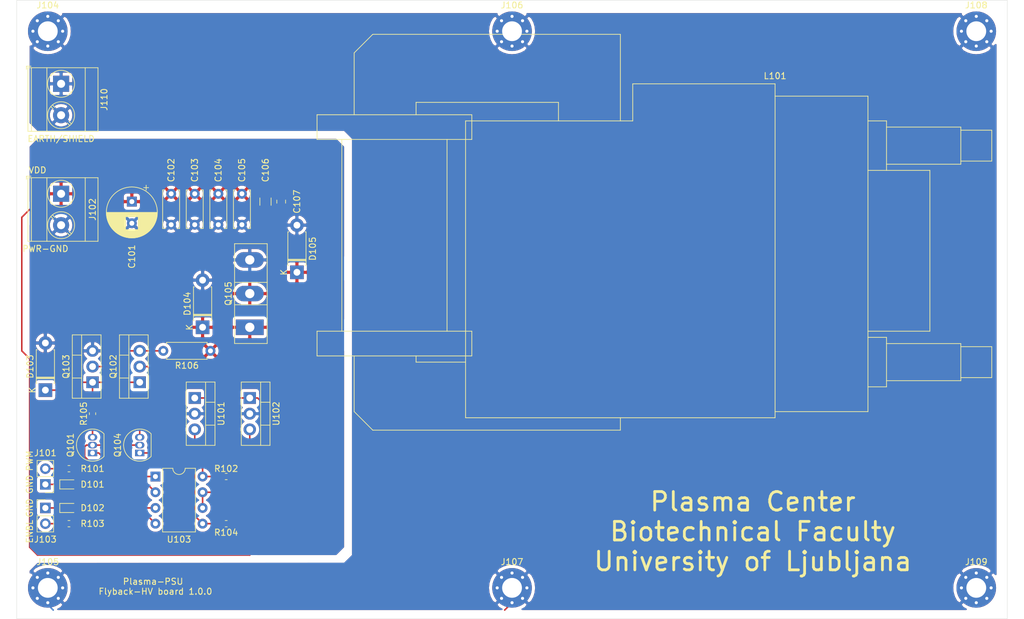
<source format=kicad_pcb>
(kicad_pcb (version 20171130) (host pcbnew "(5.1.2)-1")
  (title_block (title Plasma-PSU_Eurocard_Flyback) (date 2020-03-24) (rev 0.0.1) (company "Plasma Center, University of Ljubljana"))
  (layers (0 F.Cu signal) (31 B.Cu signal) (34 B.Paste user) (35 F.Paste user) (36 B.SilkS user) (37 F.SilkS user) (38 B.Mask user) (39 F.Mask user) (44 Edge.Cuts user))
  (net 0 "")
  (net 1 GND)
  (net 2 +5V)
  (net 3 +12V)
  (net 4 VDD)
  (net 5 "Net-(D101-Pad2)")
  (net 6 "Net-(D101-Pad1)")
  (net 7 "Net-(D102-Pad1)")
  (net 8 "Net-(D102-Pad2)")
  (net 9 "Net-(D103-Pad1)")
  (net 10 "Net-(D104-Pad1)")
  (net 11 "Net-(D105-Pad1)")
  (net 12 "Net-(J101-Pad2)")
  (net 13 "Net-(J103-Pad2)")
  (net 14 PWM)
  (net 15 "Net-(Q101-Pad3)")
  (net 16 ENBL)
  (net 17 "Net-(Q102-Pad2)")
  (net 18 "Net-(Q102-Pad3)")
  (net 19 "Net-(R101-Pad1)")
  (net 20 "Net-(R103-Pad1)")
  (net 21 Earth_Protective)
  (module MountingHole:MountingHole_3.2mm_M3_Pad_Via (layer F.Cu) (at 130 145)
    (fp_text reference J107 (at 0 -4.2) (layer F.SilkS))
    (fp_text value Conn_01x01_Female)
    (pad 1 thru_hole circle (at 1.697056 -1.697056) (size 0.8 0.8) (drill 0.5) (layers *.Cu *.Mask) (net 21 Earth_Protective))
    (pad 1 thru_hole circle (at 0 -2.4) (size 0.8 0.8) (drill 0.5) (layers *.Cu *.Mask) (net 21 Earth_Protective))
    (pad 1 thru_hole circle (at -1.697056 -1.697056) (size 0.8 0.8) (drill 0.5) (layers *.Cu *.Mask) (net 21 Earth_Protective))
    (pad 1 thru_hole circle (at -2.4 0) (size 0.8 0.8) (drill 0.5) (layers *.Cu *.Mask) (net 21 Earth_Protective))
    (pad 1 thru_hole circle (at -1.697056 1.697056) (size 0.8 0.8) (drill 0.5) (layers *.Cu *.Mask) (net 21 Earth_Protective))
    (pad 1 thru_hole circle (at 0 2.4) (size 0.8 0.8) (drill 0.5) (layers *.Cu *.Mask) (net 21 Earth_Protective))
    (pad 1 thru_hole circle (at 1.697056 1.697056) (size 0.8 0.8) (drill 0.5) (layers *.Cu *.Mask) (net 21 Earth_Protective))
    (pad 1 thru_hole circle (at 2.4 0) (size 0.8 0.8) (drill 0.5) (layers *.Cu *.Mask) (net 21 Earth_Protective))
    (pad 1 thru_hole circle (at 0 0) (size 6.4 6.4) (drill 3.2) (layers *.Cu *.Mask) (net 21 Earth_Protective))
  )
  (module Package_TO_SOT_THT:TO-92_Inline (layer F.Cu) (at 69.85 123.19 90)
    (fp_text reference Q104 (at 1.27 -3.56 90) (layer F.SilkS))
    (fp_text value BT169B)
    (pad 2 thru_hole oval (at 1.27 0 90) (size 1.05 1.5) (drill 0.75) (layers *.Cu *.Mask) (net 16 ENBL))
    (pad 3 thru_hole oval (at 2.54 0 90) (size 1.05 1.5) (drill 0.75) (layers *.Cu *.Mask) (net 17 "Net-(Q102-Pad2)"))
    (pad 1 thru_hole rect (at 0 0 90) (size 1.05 1.5) (drill 0.75) (layers *.Cu *.Mask) (net 3 +12V))
  )
  (module Package_TO_SOT_THT:TO-92_Inline (layer F.Cu) (at 62.23 123.19 90)
    (fp_text reference Q101 (at 1.27 -3.56 90) (layer F.SilkS))
    (fp_text value BT169B)
    (pad 1 thru_hole rect (at 0 0 90) (size 1.05 1.5) (drill 0.75) (layers *.Cu *.Mask) (net 14 PWM))
    (pad 3 thru_hole oval (at 2.54 0 90) (size 1.05 1.5) (drill 0.75) (layers *.Cu *.Mask) (net 15 "Net-(Q101-Pad3)"))
    (pad 2 thru_hole oval (at 1.27 0 90) (size 1.05 1.5) (drill 0.75) (layers *.Cu *.Mask) (net 16 ENBL))
  )
  (module Capacitor_THT:CP_Radial_D8.0mm_P3.50mm (layer F.Cu) (at 68.58 82.55 270)
    (fp_text reference C101 (at 8.89 0 90) (layer F.SilkS))
    (fp_text value 220µF)
    (pad 1 thru_hole rect (at 0 0 270) (size 1.6 1.6) (drill 0.8) (layers *.Cu *.Mask) (net 4 VDD))
    (pad 2 thru_hole circle (at 3.5 0 270) (size 1.6 1.6) (drill 0.8) (layers *.Cu *.Mask) (net 1 GND))
  )
  (module Capacitor_THT:C_Disc_D6.0mm_W2.5mm_P5.00mm (layer F.Cu) (at 74.93 81.28 270)
    (fp_text reference C102 (at -3.81 0 90) (layer F.SilkS))
    (fp_text value 6.8µF)
    (pad 2 thru_hole circle (at 5 0 270) (size 1.6 1.6) (drill 0.8) (layers *.Cu *.Mask) (net 1 GND))
    (pad 1 thru_hole circle (at 0 0 270) (size 1.6 1.6) (drill 0.8) (layers *.Cu *.Mask) (net 4 VDD))
  )
  (module Capacitor_THT:C_Disc_D6.0mm_W2.5mm_P5.00mm (layer F.Cu) (at 78.74 81.28 270)
    (fp_text reference C103 (at -3.81 0 90) (layer F.SilkS))
    (fp_text value 6.8µF)
    (pad 1 thru_hole circle (at 0 0 270) (size 1.6 1.6) (drill 0.8) (layers *.Cu *.Mask) (net 4 VDD))
    (pad 2 thru_hole circle (at 5 0 270) (size 1.6 1.6) (drill 0.8) (layers *.Cu *.Mask) (net 1 GND))
  )
  (module Capacitor_THT:C_Disc_D6.0mm_W2.5mm_P5.00mm (layer F.Cu) (at 82.55 81.28 270)
    (fp_text reference C104 (at -3.81 0 90) (layer F.SilkS))
    (fp_text value 6.8µF)
    (pad 2 thru_hole circle (at 5 0 270) (size 1.6 1.6) (drill 0.8) (layers *.Cu *.Mask) (net 1 GND))
    (pad 1 thru_hole circle (at 0 0 270) (size 1.6 1.6) (drill 0.8) (layers *.Cu *.Mask) (net 4 VDD))
  )
  (module Capacitor_THT:C_Disc_D6.0mm_W2.5mm_P5.00mm (layer F.Cu) (at 86.36 81.28 270)
    (fp_text reference C105 (at -3.81 0 90) (layer F.SilkS))
    (fp_text value 6.8µF)
    (pad 1 thru_hole circle (at 0 0 270) (size 1.6 1.6) (drill 0.8) (layers *.Cu *.Mask) (net 4 VDD))
    (pad 2 thru_hole circle (at 5 0 270) (size 1.6 1.6) (drill 0.8) (layers *.Cu *.Mask) (net 1 GND))
  )
  (module Capacitor_SMD:C_1206_3216Metric (layer F.Cu) (at 90.17 82.55 270)
    (fp_text reference C106 (at -5.08 0 90) (layer F.SilkS))
    (fp_text value 100nF)
    (pad 1 smd roundrect (at -1.4 0 270) (size 1.25 1.75) (layers F.Cu F.Paste F.Mask) (roundrect_rratio 0.2) (net 4 VDD))
    (pad 2 smd roundrect (at 1.4 0 270) (size 1.25 1.75) (layers F.Cu F.Paste F.Mask) (roundrect_rratio 0.2) (net 1 GND))
  )
  (module Capacitor_SMD:C_0805_2012Metric (layer F.Cu) (at 92.71 82.55 270)
    (fp_text reference C107 (at 0 -2.54 90) (layer F.SilkS))
    (fp_text value 10nF)
    (pad 1 smd roundrect (at -0.9375 0 270) (size 0.975 1.4) (layers F.Cu F.Paste F.Mask) (net 4 VDD))
    (pad 2 smd roundrect (at 0.9375 0 270) (size 0.975 1.4) (layers F.Cu F.Paste F.Mask) (net 1 GND))
  )
  (module LED_SMD:LED_0603_1608Metric (layer F.Cu) (at 58.42 128.27)
    (fp_text reference D101 (at 3.81 0) (layer F.SilkS))
    (fp_text value PWM_LED)
    (pad 2 smd roundrect (at 0.7875 0) (size 0.875 0.95) (layers F.Cu F.Paste F.Mask) (net 5 "Net-(D101-Pad2)"))
    (pad 1 smd roundrect (at -0.7875 0) (size 0.875 0.95) (layers F.Cu F.Paste F.Mask) (net 6 "Net-(D101-Pad1)"))
  )
  (module LED_SMD:LED_0603_1608Metric (layer F.Cu) (at 58.42 132.08)
    (fp_text reference D102 (at 3.81 0) (layer F.SilkS))
    (fp_text value ENBL_LED)
    (pad 1 smd roundrect (at -0.7875 0) (size 0.875 0.95) (layers F.Cu F.Paste F.Mask) (net 7 "Net-(D102-Pad1)"))
    (pad 2 smd roundrect (at 0.7875 0) (size 0.875 0.95) (layers F.Cu F.Paste F.Mask) (net 8 "Net-(D102-Pad2)"))
  )
  (module Diode_THT:D_DO-41_SOD81_P7.62mm_Horizontal (layer F.Cu) (at 54.61 113.03 90)
    (fp_text reference D103 (at 3.81 -2.47 90) (layer F.SilkS))
    (fp_text value ZD5)
    (fp_text user K (at 0 -2.1 90) (layer F.SilkS))
    (pad 2 thru_hole oval (at 7.62 0 90) (size 2.2 2.2) (drill 1.1) (layers *.Cu *.Mask) (net 1 GND))
    (pad 1 thru_hole rect (at 0 0 90) (size 2.2 2.2) (drill 1.1) (layers *.Cu *.Mask) (net 9 "Net-(D103-Pad1)"))
  )
  (module Diode_THT:D_DO-41_SOD81_P7.62mm_Horizontal (layer F.Cu) (at 80.01 102.87 90)
    (fp_text reference D104 (at 3.81 -2.47 90) (layer F.SilkS))
    (fp_text value ZD20)
    (fp_text user K (at 0 -2.1 90) (layer F.SilkS))
    (pad 1 thru_hole rect (at 0 0 90) (size 2.2 2.2) (drill 1.1) (layers *.Cu *.Mask) (net 10 "Net-(D104-Pad1)"))
    (pad 2 thru_hole oval (at 7.62 0 90) (size 2.2 2.2) (drill 1.1) (layers *.Cu *.Mask) (net 1 GND))
  )
  (module Diode_THT:D_DO-41_SOD81_P7.62mm_Horizontal (layer F.Cu) (at 95.25 93.98 90)
    (fp_text reference D105 (at 3.81 2.54 90) (layer F.SilkS))
    (fp_text value UF4007)
    (fp_text user K (at 0 -2.1 90) (layer F.SilkS))
    (pad 1 thru_hole rect (at 0 0 90) (size 2.2 2.2) (drill 1.1) (layers *.Cu *.Mask) (net 11 "Net-(D105-Pad1)"))
    (pad 2 thru_hole oval (at 7.62 0 90) (size 2.2 2.2) (drill 1.1) (layers *.Cu *.Mask) (net 1 GND))
  )
  (module Connector_PinHeader_2.54mm:PinHeader_1x02_P2.54mm_Vertical (layer F.Cu) (at 54.61 128.27 180)
    (fp_text reference J101 (at 0 5.08) (layer F.SilkS))
    (fp_text value PWM_IN)
    (pad 2 thru_hole oval (at 0 2.54 180) (size 1.7 1.7) (drill 1) (layers *.Cu *.Mask) (net 12 "Net-(J101-Pad2)"))
    (pad 1 thru_hole rect (at 0 0 180) (size 1.7 1.7) (drill 1) (layers *.Cu *.Mask) (net 6 "Net-(D101-Pad1)"))
  )
  (module TerminalBlock_Phoenix:TerminalBlock_Phoenix_MKDS-3-2-5.08_1x02_P5.08mm_Horizontal (layer F.Cu) (at 57.15 81.28 270)
    (fp_text reference J102 (at 2.54 -5.08 90) (layer F.SilkS))
    (fp_text value PWR_IN)
    (pad 1 thru_hole rect (at 0 0 270) (size 2.6 2.6) (drill 1.3) (layers *.Cu *.Mask) (net 4 VDD))
    (pad 2 thru_hole circle (at 5.08 0 270) (size 2.6 2.6) (drill 1.3) (layers *.Cu *.Mask) (net 1 GND))
  )
  (module Connector_PinHeader_2.54mm:PinHeader_1x02_P2.54mm_Vertical (layer F.Cu) (at 54.61 132.08)
    (fp_text reference J103 (at 0 5.08) (layer F.SilkS))
    (fp_text value ENBL_IN)
    (pad 1 thru_hole rect (at 0 0) (size 1.7 1.7) (drill 1) (layers *.Cu *.Mask) (net 7 "Net-(D102-Pad1)"))
    (pad 2 thru_hole oval (at 0 2.54) (size 1.7 1.7) (drill 1) (layers *.Cu *.Mask) (net 13 "Net-(J103-Pad2)"))
  )
  (module Package_TO_SOT_THT:TO-220-3_Vertical (layer F.Cu) (at 69.85 111.76 90)
    (fp_text reference Q102 (at 2.54 -4.27 90) (layer F.SilkS))
    (fp_text value TIP41C)
    (pad 1 thru_hole rect (at 0 0 90) (size 1.905 2) (drill 1.1) (layers *.Cu *.Mask) (net 9 "Net-(D103-Pad1)"))
    (pad 2 thru_hole oval (at 2.54 0 90) (size 1.905 2) (drill 1.1) (layers *.Cu *.Mask) (net 17 "Net-(Q102-Pad2)"))
    (pad 3 thru_hole oval (at 5.08 0 90) (size 1.905 2) (drill 1.1) (layers *.Cu *.Mask) (net 18 "Net-(Q102-Pad3)"))
  )
  (module Package_TO_SOT_THT:TO-220-3_Vertical (layer F.Cu) (at 62.23 111.76 90)
    (fp_text reference Q103 (at 2.54 -4.27 90) (layer F.SilkS))
    (fp_text value TIP42C)
    (pad 3 thru_hole oval (at 5.08 0 90) (size 1.905 2) (drill 1.1) (layers *.Cu *.Mask) (net 1 GND))
    (pad 2 thru_hole oval (at 2.54 0 90) (size 1.905 2) (drill 1.1) (layers *.Cu *.Mask) (net 18 "Net-(Q102-Pad3)"))
    (pad 1 thru_hole rect (at 0 0 90) (size 1.905 2) (drill 1.1) (layers *.Cu *.Mask) (net 9 "Net-(D103-Pad1)"))
  )
  (module Package_TO_SOT_THT:TO-247-3_Vertical (layer F.Cu) (at 87.63 102.87 90)
    (fp_text reference Q105 (at 5.45 -3.45 90) (layer F.SilkS))
    (fp_text value IPW60)
    (pad 1 thru_hole rect (at 0 0 90) (size 2.5 4.5) (drill 1.5) (layers *.Cu *.Mask) (net 10 "Net-(D104-Pad1)"))
    (pad 2 thru_hole oval (at 5.45 0 90) (size 2.5 4.5) (drill 1.5) (layers *.Cu *.Mask) (net 11 "Net-(D105-Pad1)"))
    (pad 3 thru_hole oval (at 10.9 0 90) (size 2.5 4.5) (drill 1.5) (layers *.Cu *.Mask) (net 1 GND))
  )
  (module Resistor_THT:R_Axial_DIN0207_L6.3mm_D2.5mm_P7.62mm_Horizontal (layer F.Cu) (at 81.28 106.68 180)
    (fp_text reference R106 (at 3.81 -2.37) (layer F.SilkS))
    (fp_text value 4R7)
    (pad 2 thru_hole oval (at 7.62 0 180) (size 1.6 1.6) (drill 0.8) (layers *.Cu *.Mask) (net 18 "Net-(Q102-Pad3)"))
    (pad 1 thru_hole circle (at 0 0 180) (size 1.6 1.6) (drill 0.8) (layers *.Cu *.Mask) (net 10 "Net-(D104-Pad1)"))
  )
  (module Package_DIP:DIP-8_W7.62mm (layer F.Cu) (at 72.39 127)
    (fp_text reference U103 (at 3.81 10.16) (layer F.SilkS))
    (fp_text value ILD74)
    (pad 1 thru_hole rect (at 0 0) (size 1.6 1.6) (drill 0.8) (layers *.Cu *.Mask) (net 19 "Net-(R101-Pad1)"))
    (pad 5 thru_hole oval (at 7.62 7.62) (size 1.6 1.6) (drill 0.8) (layers *.Cu *.Mask) (net 16 ENBL))
    (pad 2 thru_hole oval (at 0 2.54) (size 1.6 1.6) (drill 0.8) (layers *.Cu *.Mask) (net 5 "Net-(D101-Pad2)"))
    (pad 6 thru_hole oval (at 7.62 5.08) (size 1.6 1.6) (drill 0.8) (layers *.Cu *.Mask) (net 2 +5V))
    (pad 3 thru_hole oval (at 0 5.08) (size 1.6 1.6) (drill 0.8) (layers *.Cu *.Mask) (net 8 "Net-(D102-Pad2)"))
    (pad 7 thru_hole oval (at 7.62 2.54) (size 1.6 1.6) (drill 0.8) (layers *.Cu *.Mask) (net 2 +5V))
    (pad 4 thru_hole oval (at 0 7.62) (size 1.6 1.6) (drill 0.8) (layers *.Cu *.Mask) (net 20 "Net-(R103-Pad1)"))
    (pad 8 thru_hole oval (at 7.62 0) (size 1.6 1.6) (drill 0.8) (layers *.Cu *.Mask) (net 14 PWM))
  )
  (module Package_TO_SOT_THT:TO-220-3_Vertical (layer F.Cu) (at 78.74 114.3 270)
    (fp_text reference U101 (at 2.54 -4.27 90) (layer F.SilkS))
    (fp_text value L7812)
    (pad 3 thru_hole oval (at 5.08 0 270) (size 1.905 2) (drill 1.1) (layers *.Cu *.Mask) (net 3 +12V))
    (pad 2 thru_hole oval (at 2.54 0 270) (size 1.905 2) (drill 1.1) (layers *.Cu *.Mask) (net 1 GND))
    (pad 1 thru_hole rect (at 0 0 270) (size 1.905 2) (drill 1.1) (layers *.Cu *.Mask) (net 4 VDD))
  )
  (module Package_TO_SOT_THT:TO-220-3_Vertical (layer F.Cu) (at 87.63 114.3 270)
    (fp_text reference U102 (at 2.54 -4.27 90) (layer F.SilkS))
    (fp_text value L7805)
    (pad 1 thru_hole rect (at 0 0 270) (size 1.905 2) (drill 1.1) (layers *.Cu *.Mask) (net 4 VDD))
    (pad 2 thru_hole oval (at 2.54 0 270) (size 1.905 2) (drill 1.1) (layers *.Cu *.Mask) (net 1 GND))
    (pad 3 thru_hole oval (at 5.08 0 270) (size 1.905 2) (drill 1.1) (layers *.Cu *.Mask) (net 2 +5V))
  )
  (module MountingHole:MountingHole_3.2mm_M3_Pad_Via (layer F.Cu) (at 55 55)
    (fp_text reference J104 (at 0 -4.2) (layer F.SilkS))
    (fp_text value Conn_01x01_Female)
    (pad 1 thru_hole circle (at 0 0) (size 6.4 6.4) (drill 3.2) (layers *.Cu *.Mask) (net 21 Earth_Protective))
    (pad 1 thru_hole circle (at 2.4 0) (size 0.8 0.8) (drill 0.5) (layers *.Cu *.Mask) (net 21 Earth_Protective))
    (pad 1 thru_hole circle (at 1.697056 1.697056) (size 0.8 0.8) (drill 0.5) (layers *.Cu *.Mask) (net 21 Earth_Protective))
    (pad 1 thru_hole circle (at 0 2.4) (size 0.8 0.8) (drill 0.5) (layers *.Cu *.Mask) (net 21 Earth_Protective))
    (pad 1 thru_hole circle (at -1.697056 1.697056) (size 0.8 0.8) (drill 0.5) (layers *.Cu *.Mask) (net 21 Earth_Protective))
    (pad 1 thru_hole circle (at -2.4 0) (size 0.8 0.8) (drill 0.5) (layers *.Cu *.Mask) (net 21 Earth_Protective))
    (pad 1 thru_hole circle (at -1.697056 -1.697056) (size 0.8 0.8) (drill 0.5) (layers *.Cu *.Mask) (net 21 Earth_Protective))
    (pad 1 thru_hole circle (at 0 -2.4) (size 0.8 0.8) (drill 0.5) (layers *.Cu *.Mask) (net 21 Earth_Protective))
    (pad 1 thru_hole circle (at 1.697056 -1.697056) (size 0.8 0.8) (drill 0.5) (layers *.Cu *.Mask) (net 21 Earth_Protective))
  )
  (module MountingHole:MountingHole_3.2mm_M3_Pad_Via (layer F.Cu) (at 55 145)
    (fp_text reference J105 (at 0 -4.2) (layer F.SilkS))
    (fp_text value Conn_01x01_Female)
    (pad 1 thru_hole circle (at 1.697056 -1.697056) (size 0.8 0.8) (drill 0.5) (layers *.Cu *.Mask) (net 21 Earth_Protective))
    (pad 1 thru_hole circle (at 0 -2.4) (size 0.8 0.8) (drill 0.5) (layers *.Cu *.Mask) (net 21 Earth_Protective))
    (pad 1 thru_hole circle (at -1.697056 -1.697056) (size 0.8 0.8) (drill 0.5) (layers *.Cu *.Mask) (net 21 Earth_Protective))
    (pad 1 thru_hole circle (at -2.4 0) (size 0.8 0.8) (drill 0.5) (layers *.Cu *.Mask) (net 21 Earth_Protective))
    (pad 1 thru_hole circle (at -1.697056 1.697056) (size 0.8 0.8) (drill 0.5) (layers *.Cu *.Mask) (net 21 Earth_Protective))
    (pad 1 thru_hole circle (at 0 2.4) (size 0.8 0.8) (drill 0.5) (layers *.Cu *.Mask) (net 21 Earth_Protective))
    (pad 1 thru_hole circle (at 1.697056 1.697056) (size 0.8 0.8) (drill 0.5) (layers *.Cu *.Mask) (net 21 Earth_Protective))
    (pad 1 thru_hole circle (at 2.4 0) (size 0.8 0.8) (drill 0.5) (layers *.Cu *.Mask) (net 21 Earth_Protective))
    (pad 1 thru_hole circle (at 0 0) (size 6.4 6.4) (drill 3.2) (layers *.Cu *.Mask) (net 21 Earth_Protective))
  )
  (module MountingHole:MountingHole_3.2mm_M3_Pad_Via (layer F.Cu) (at 130 55)
    (fp_text reference J106 (at 0 -4.2) (layer F.SilkS))
    (fp_text value Conn_01x01_Female)
    (pad 1 thru_hole circle (at 0 0) (size 6.4 6.4) (drill 3.2) (layers *.Cu *.Mask) (net 21 Earth_Protective))
    (pad 1 thru_hole circle (at 2.4 0) (size 0.8 0.8) (drill 0.5) (layers *.Cu *.Mask) (net 21 Earth_Protective))
    (pad 1 thru_hole circle (at 1.697056 1.697056) (size 0.8 0.8) (drill 0.5) (layers *.Cu *.Mask) (net 21 Earth_Protective))
    (pad 1 thru_hole circle (at 0 2.4) (size 0.8 0.8) (drill 0.5) (layers *.Cu *.Mask) (net 21 Earth_Protective))
    (pad 1 thru_hole circle (at -1.697056 1.697056) (size 0.8 0.8) (drill 0.5) (layers *.Cu *.Mask) (net 21 Earth_Protective))
    (pad 1 thru_hole circle (at -2.4 0) (size 0.8 0.8) (drill 0.5) (layers *.Cu *.Mask) (net 21 Earth_Protective))
    (pad 1 thru_hole circle (at -1.697056 -1.697056) (size 0.8 0.8) (drill 0.5) (layers *.Cu *.Mask) (net 21 Earth_Protective))
    (pad 1 thru_hole circle (at 0 -2.4) (size 0.8 0.8) (drill 0.5) (layers *.Cu *.Mask) (net 21 Earth_Protective))
    (pad 1 thru_hole circle (at 1.697056 -1.697056) (size 0.8 0.8) (drill 0.5) (layers *.Cu *.Mask) (net 21 Earth_Protective))
  )
  (module MountingHole:MountingHole_3.2mm_M3_Pad_Via (layer F.Cu) (at 205 55)
    (fp_text reference J108 (at 0 -4.2) (layer F.SilkS))
    (fp_text value Conn_01x01_Female)
    (pad 1 thru_hole circle (at 0 0) (size 6.4 6.4) (drill 3.2) (layers *.Cu *.Mask) (net 21 Earth_Protective))
    (pad 1 thru_hole circle (at 2.4 0) (size 0.8 0.8) (drill 0.5) (layers *.Cu *.Mask) (net 21 Earth_Protective))
    (pad 1 thru_hole circle (at 1.697056 1.697056) (size 0.8 0.8) (drill 0.5) (layers *.Cu *.Mask) (net 21 Earth_Protective))
    (pad 1 thru_hole circle (at 0 2.4) (size 0.8 0.8) (drill 0.5) (layers *.Cu *.Mask) (net 21 Earth_Protective))
    (pad 1 thru_hole circle (at -1.697056 1.697056) (size 0.8 0.8) (drill 0.5) (layers *.Cu *.Mask) (net 21 Earth_Protective))
    (pad 1 thru_hole circle (at -2.4 0) (size 0.8 0.8) (drill 0.5) (layers *.Cu *.Mask) (net 21 Earth_Protective))
    (pad 1 thru_hole circle (at -1.697056 -1.697056) (size 0.8 0.8) (drill 0.5) (layers *.Cu *.Mask) (net 21 Earth_Protective))
    (pad 1 thru_hole circle (at 0 -2.4) (size 0.8 0.8) (drill 0.5) (layers *.Cu *.Mask) (net 21 Earth_Protective))
    (pad 1 thru_hole circle (at 1.697056 -1.697056) (size 0.8 0.8) (drill 0.5) (layers *.Cu *.Mask) (net 21 Earth_Protective))
  )
  (module MountingHole:MountingHole_3.2mm_M3_Pad_Via (layer F.Cu) (at 205 145)
    (fp_text reference J109 (at 0 -4.2) (layer F.SilkS))
    (fp_text value Conn_01x01_Female)
    (pad 1 thru_hole circle (at 1.697056 -1.697056) (size 0.8 0.8) (drill 0.5) (layers *.Cu *.Mask) (net 21 Earth_Protective))
    (pad 1 thru_hole circle (at 0 -2.4) (size 0.8 0.8) (drill 0.5) (layers *.Cu *.Mask) (net 21 Earth_Protective))
    (pad 1 thru_hole circle (at -1.697056 -1.697056) (size 0.8 0.8) (drill 0.5) (layers *.Cu *.Mask) (net 21 Earth_Protective))
    (pad 1 thru_hole circle (at -2.4 0) (size 0.8 0.8) (drill 0.5) (layers *.Cu *.Mask) (net 21 Earth_Protective))
    (pad 1 thru_hole circle (at -1.697056 1.697056) (size 0.8 0.8) (drill 0.5) (layers *.Cu *.Mask) (net 21 Earth_Protective))
    (pad 1 thru_hole circle (at 0 2.4) (size 0.8 0.8) (drill 0.5) (layers *.Cu *.Mask) (net 21 Earth_Protective))
    (pad 1 thru_hole circle (at 1.697056 1.697056) (size 0.8 0.8) (drill 0.5) (layers *.Cu *.Mask) (net 21 Earth_Protective))
    (pad 1 thru_hole circle (at 2.4 0) (size 0.8 0.8) (drill 0.5) (layers *.Cu *.Mask) (net 21 Earth_Protective))
    (pad 1 thru_hole circle (at 0 0) (size 6.4 6.4) (drill 3.2) (layers *.Cu *.Mask) (net 21 Earth_Protective))
  )
  (module TerminalBlock_Phoenix:TerminalBlock_Phoenix_MKDS-3-2-5.08_1x02_P5.08mm_Horizontal (layer F.Cu) (at 57.15 63.5 270)
    (fp_text reference J110 (at 2.54 -6.96 90) (layer F.SilkS))
    (fp_text value GND_SHIELD)
    (pad 1 thru_hole rect (at 0 0 270) (size 2.6 2.6) (drill 1.3) (layers *.Cu *.Mask) (net 21 Earth_Protective))
    (pad 2 thru_hole circle (at 5.08 0 270) (size 2.6 2.6) (drill 1.3) (layers *.Cu *.Mask) (net 21 Earth_Protective))
  )
  (module Plasma-PSU_PCB-B_Flyback-HV:HF-HV_Transformer_15kV_300W (layer F.Cu) (at 172.5 63.5)
    (fp_text reference L101 (at 0 -1.27) (layer F.SilkS))
    (fp_text value HV_Transformer)
    (pad 1 smd oval (at -78 13) (size 3 6) (layers F.Cu F.Paste F.Mask) (net 4 VDD))
    (pad 3 smd oval (at -73 13) (size 3 6) (layers F.Cu F.Paste F.Mask) (net 4 VDD))
    (pad 2 smd oval (at -78 36) (size 3 6) (layers F.Cu F.Paste F.Mask) (net 11 "Net-(D105-Pad1)"))
    (pad 4 smd oval (at -73 36) (size 3 6) (layers F.Cu F.Paste F.Mask) (net 11 "Net-(D105-Pad1)"))
  )
  (module Resistor_SMD:R_0603_1608Metric (layer F.Cu) (at 58.42 125.73 180)
    (fp_text reference R101 (at -3.81 0) (layer F.SilkS))
    (fp_text value 250R)
    (pad 1 smd roundrect (at -0.7875 0 180) (size 0.875 0.95) (layers F.Cu F.Paste F.Mask) (net 19 "Net-(R101-Pad1)"))
    (pad 2 smd roundrect (at 0.7875 0 180) (size 0.875 0.95) (layers F.Cu F.Paste F.Mask) (net 12 "Net-(J101-Pad2)"))
  )
  (module Resistor_SMD:R_0603_1608Metric (layer F.Cu) (at 83.82 127 180)
    (fp_text reference R102 (at 0 1.27) (layer F.SilkS))
    (fp_text value 1k)
    (pad 1 smd roundrect (at -0.7875 0 180) (size 0.875 0.95) (layers F.Cu F.Paste F.Mask) (net 1 GND))
    (pad 2 smd roundrect (at 0.7875 0 180) (size 0.875 0.95) (layers F.Cu F.Paste F.Mask) (net 14 PWM))
  )
  (module Resistor_SMD:R_0603_1608Metric (layer F.Cu) (at 58.42 134.62 180)
    (fp_text reference R103 (at -3.81 0) (layer F.SilkS))
    (fp_text value 250R)
    (pad 2 smd roundrect (at 0.7875 0 180) (size 0.875 0.95) (layers F.Cu F.Paste F.Mask) (net 13 "Net-(J103-Pad2)"))
    (pad 1 smd roundrect (at -0.7875 0 180) (size 0.875 0.95) (layers F.Cu F.Paste F.Mask) (net 20 "Net-(R103-Pad1)"))
  )
  (module Resistor_SMD:R_0603_1608Metric (layer F.Cu) (at 83.82 134.62 180)
    (fp_text reference R104 (at 0 -1.43) (layer F.SilkS))
    (fp_text value 1k)
    (pad 2 smd roundrect (at 0.7875 0 180) (size 0.875 0.95) (layers F.Cu F.Paste F.Mask) (net 16 ENBL))
    (pad 1 smd roundrect (at -0.7875 0 180) (size 0.875 0.95) (layers F.Cu F.Paste F.Mask) (net 1 GND))
  )
  (module Resistor_SMD:R_0603_1608Metric (layer F.Cu) (at 62.23 116.84 90)
    (fp_text reference R105 (at 0 -1.43 90) (layer F.SilkS))
    (fp_text value 300R)
    (pad 1 smd roundrect (at -0.7875 0 90) (size 0.875 0.95) (layers F.Cu F.Paste F.Mask) (net 15 "Net-(Q101-Pad3)"))
    (pad 2 smd roundrect (at 0.7875 0 90) (size 0.875 0.95) (layers F.Cu F.Paste F.Mask) (net 9 "Net-(D103-Pad1)"))
  )
  (gr_text "Plasma-PSU \nFlyback-HV board 1.0.0" (at 72.39 144.78) (layer F.SilkS) (effects (font (size 1 1))))
  (gr_text "Plasma Center\nBiotechnical Faculty\nUniversity of Ljubljana" (at 168.91 135.89) (layer F.SilkS) (effects (font (size 3 3) (thickness 0.45))))
  (gr_text EARTH/SHIELD (at 57.15 72.39) (layer F.SilkS) (effects (font (size 1 1))))
  (gr_text GND (at 52.07 132.08 90) (layer F.SilkS) (effects (font (size 1 1))))
  (gr_text ENBL (at 52.07 135.89 90) (layer F.SilkS) (effects (font (size 1 1))))
  (gr_text GND (at 52.07 128.27 90) (layer F.SilkS) (effects (font (size 1 1))))
  (gr_text PWM (at 52.07 124.46 90) (layer F.SilkS) (effects (font (size 1 1))))
  (gr_text PWR-GND (at 54.61 90.17) (layer F.SilkS) (effects (font (size 1 1))))
  (gr_text VDD (at 53.34 77.47) (layer F.SilkS) (effects (font (size 1 1))))
  (gr_line (start 50 50) (end 210 50) (layer Edge.Cuts) (width 0.05))
  (gr_line (start 210 50) (end 210 150) (layer Edge.Cuts) (width 0.05))
  (gr_line (start 50 150) (end 210 150) (layer Edge.Cuts) (width 0.05))
  (gr_line (start 50 50) (end 50 150) (layer Edge.Cuts) (width 0.05))
  (segment (start 92.2475 83.95) (end 92.71 83.4875) (width 0.25) (layer F.Cu) (net 1))
  (segment (start 90.17 83.95) (end 92.2475 83.95) (width 0.25) (layer F.Cu) (net 1))
  (segment (start 87.63 130.81) (end 89.3825 130.81) (width 0.25) (layer F.Cu) (net 1))
  (segment (start 80.01 132.08) (end 80.01 129.54) (width 0.25) (layer F.Cu) (net 2))
  (segment (start 80.01 129.54) (end 86.36 129.54) (width 0.25) (layer F.Cu) (net 2))
  (segment (start 86.36 129.54) (end 87.63 128.27) (width 0.25) (layer F.Cu) (net 2))
  (segment (start 87.63 128.27) (end 87.63 119.38) (width 0.25) (layer F.Cu) (net 2))
  (segment (start 78.74 120.5825) (end 78.74 119.38) (width 0.25) (layer F.Cu) (net 3))
  (segment (start 69.85 123.19) (end 77.47 123.19) (width 0.25) (layer F.Cu) (net 3))
  (segment (start 77.47 123.19) (end 78.74 121.92) (width 0.25) (layer F.Cu) (net 3))
  (segment (start 78.74 121.92) (end 78.74 119.38) (width 0.25) (layer F.Cu) (net 3))
  (segment (start 78.74 114.3) (end 87.63 114.3) (width 0.25) (layer F.Cu) (net 4))
  (segment (start 92.2475 81.15) (end 92.71 81.6125) (width 0.25) (layer F.Cu) (net 4))
  (segment (start 90.17 81.15) (end 92.2475 81.15) (width 0.25) (layer F.Cu) (net 4))
  (segment (start 87.6775 114.3) (end 87.63 114.3) (width 0.25) (layer F.Cu) (net 4))
  (segment (start 88.9 114.3) (end 87.63 114.3) (width 0.25) (layer F.Cu) (net 4))
  (segment (start 89.83251 115.23251) (end 88.9 114.3) (width 0.25) (layer F.Cu) (net 4))
  (segment (start 89.83251 137.49749) (end 89.83251 115.23251) (width 0.25) (layer F.Cu) (net 4))
  (segment (start 87.63 139.7) (end 89.83251 137.49749) (width 0.25) (layer F.Cu) (net 4))
  (segment (start 54.61 81.28) (end 50.8 85.09) (width 0.25) (layer F.Cu) (net 4))
  (segment (start 50.8 85.09) (end 50.8 106.68) (width 0.25) (layer F.Cu) (net 4))
  (segment (start 57.15 81.28) (end 54.61 81.28) (width 0.25) (layer F.Cu) (net 4))
  (segment (start 50.8 106.68) (end 52.07 107.95) (width 0.25) (layer F.Cu) (net 4))
  (segment (start 53.34 139.7) (end 87.63 139.7) (width 0.25) (layer F.Cu) (net 4))
  (segment (start 52.07 107.95) (end 52.07 138.43) (width 0.25) (layer F.Cu) (net 4))
  (segment (start 52.07 138.43) (end 53.34 139.7) (width 0.25) (layer F.Cu) (net 4))
  (segment (start 59.2075 128.27) (end 60.14001 128.27) (width 0.25) (layer F.Cu) (net 5))
  (segment (start 60.14001 128.27) (end 60.96 127.45001) (width 0.25) (layer F.Cu) (net 5))
  (segment (start 70.30001 127.45001) (end 72.39 129.54) (width 0.25) (layer F.Cu) (net 5))
  (segment (start 60.96 127.45001) (end 70.30001 127.45001) (width 0.25) (layer F.Cu) (net 5))
  (segment (start 54.61 128.27) (end 57.6325 128.27) (width 0.25) (layer F.Cu) (net 6))
  (segment (start 54.61 132.08) (end 57.6325 132.08) (width 0.25) (layer F.Cu) (net 7))
  (segment (start 72.39 132.08) (end 59.2075 132.08) (width 0.25) (layer F.Cu) (net 8))
  (segment (start 69.85 111.76) (end 62.23 111.76) (width 0.25) (layer F.Cu) (net 9))
  (segment (start 62.23 111.76) (end 58.42 111.76) (width 0.25) (layer F.Cu) (net 9))
  (segment (start 57.15 113.03) (end 54.61 113.03) (width 0.25) (layer F.Cu) (net 9))
  (segment (start 58.42 111.76) (end 57.15 113.03) (width 0.25) (layer F.Cu) (net 9))
  (segment (start 62.23 116.0525) (end 62.23 111.76) (width 0.25) (layer F.Cu) (net 9))
  (segment (start 57.6325 125.73) (end 54.61 125.73) (width 0.25) (layer F.Cu) (net 12))
  (segment (start 57.6325 134.62) (end 54.61 134.62) (width 0.25) (layer F.Cu) (net 13))
  (segment (start 80.01 127) (end 83.0325 127) (width 0.25) (layer F.Cu) (net 14))
  (segment (start 63.23 123.19) (end 64.5 124.46) (width 0.25) (layer F.Cu) (net 14))
  (segment (start 62.23 123.19) (end 63.23 123.19) (width 0.25) (layer F.Cu) (net 14))
  (segment (start 64.5 124.46) (end 78.74 124.46) (width 0.25) (layer F.Cu) (net 14))
  (segment (start 78.74 124.46) (end 80.01 125.73) (width 0.25) (layer F.Cu) (net 14))
  (segment (start 80.01 125.73) (end 80.01 127) (width 0.25) (layer F.Cu) (net 14))
  (segment (start 62.23 120.65) (end 62.23 117.6275) (width 0.25) (layer F.Cu) (net 15))
  (segment (start 80.01 134.62) (end 83.0325 134.62) (width 0.25) (layer F.Cu) (net 16))
  (segment (start 62.23 121.92) (end 69.39999 121.92) (width 0.25) (layer F.Cu) (net 16))
  (segment (start 78.74 133.35) (end 80.01 134.62) (width 0.25) (layer F.Cu) (net 16))
  (segment (start 78.74 125.73) (end 78.74 133.35) (width 0.25) (layer F.Cu) (net 16))
  (segment (start 77.92001 124.91001) (end 78.74 125.73) (width 0.25) (layer F.Cu) (net 16))
  (segment (start 63.95001 124.91001) (end 77.92001 124.91001) (width 0.25) (layer F.Cu) (net 16))
  (segment (start 60.96 122.19) (end 60.96 123.780002) (width 0.25) (layer F.Cu) (net 16))
  (segment (start 62.23 121.92) (end 61.23 121.92) (width 0.25) (layer F.Cu) (net 16))
  (segment (start 60.96 123.780002) (end 61.639998 124.46) (width 0.25) (layer F.Cu) (net 16))
  (segment (start 61.23 121.92) (end 60.96 122.19) (width 0.25) (layer F.Cu) (net 16))
  (segment (start 61.639998 124.46) (end 63.5 124.46) (width 0.25) (layer F.Cu) (net 16))
  (segment (start 63.5 124.46) (end 63.95001 124.91001) (width 0.25) (layer F.Cu) (net 16))
  (segment (start 69.85 116.84) (end 72.39 114.3) (width 0.25) (layer F.Cu) (net 17))
  (segment (start 72.39 114.3) (end 72.39 110.49) (width 0.25) (layer F.Cu) (net 17))
  (segment (start 72.39 110.49) (end 71.12 109.22) (width 0.25) (layer F.Cu) (net 17))
  (segment (start 71.12 109.22) (end 69.85 109.22) (width 0.25) (layer F.Cu) (net 17))
  (segment (start 69.85 116.84) (end 69.85 120.65) (width 0.25) (layer F.Cu) (net 17))
  (segment (start 73.66 106.68) (end 69.85 106.68) (width 0.25) (layer F.Cu) (net 18))
  (segment (start 69.85 106.68) (end 67.31 106.68) (width 0.25) (layer F.Cu) (net 18))
  (segment (start 64.77 109.22) (end 62.23 109.22) (width 0.25) (layer F.Cu) (net 18))
  (segment (start 67.31 106.68) (end 64.77 109.22) (width 0.25) (layer F.Cu) (net 18))
  (segment (start 60.4775 127) (end 59.2075 125.73) (width 0.25) (layer F.Cu) (net 19))
  (segment (start 72.39 127) (end 60.4775 127) (width 0.25) (layer F.Cu) (net 19))
  (segment (start 59.2075 134.62) (end 61.29749 132.53001) (width 0.25) (layer F.Cu) (net 20))
  (segment (start 70.30001 132.53001) (end 72.39 134.62) (width 0.25) (layer F.Cu) (net 20))
  (segment (start 61.29749 132.53001) (end 70.30001 132.53001) (width 0.25) (layer F.Cu) (net 20))
  (segment (start 55 145) (end 55 147.71) (width 0.25) (layer F.Cu) (net 21))
  (segment (start 130 147.4) (end 130 145) (width 0.25) (layer F.Cu) (net 21))
  (segment (start 128.81 148.59) (end 130 147.4) (width 0.25) (layer F.Cu) (net 21))
  (segment (start 55 145) (end 55 147.71) (width 0.25) (layer B.Cu) (net 21))
  (segment (start 55 147.71) (end 55.88 148.59) (width 0.25) (layer B.Cu) (net 21))
  (zone (net 4) (net_name VDD) (layer F.Cu) (connect_pads (clearance 0.508)) (min_thickness 0.254) (fill yes (arc_segments 32) (thermal_gap 0.508) (thermal_bridge_width 0.508))
    (polygon (pts (xy 53.34 83.82) (xy 52.07 82.55) (xy 52.07 73.66) (xy 53.34 72.39) (xy 101.6 72.39) (xy 102.87 73.66) (xy 102.87 91.44) (xy 101.6 92.71) (xy 99.949 92.71) (xy 99.06 91.500908) (xy 99.06 85.09) (xy 96.52 82.55) (xy 88.9 82.55) (xy 87.63 83.82)))
  )
  (zone (net 11) (net_name "Net-(D105-Pad1)") (layer F.Cu) (connect_pads (clearance 0.508)) (min_thickness 0.254) (fill yes (arc_segments 32) (thermal_gap 0.508) (thermal_bridge_width 0.508))
    (polygon (pts (xy 83.82 96.52) (xy 85.09 95.25) (xy 90.17 95.25) (xy 92.71 92.71) (xy 93.98 91.44) (xy 96.52 91.44) (xy 99.06 93.98) (xy 100.33 93.98) (xy 101.6 93.98) (xy 102.87 95.25) (xy 102.87 101.6) (xy 100.33 104.14) (xy 93.98 104.14) (xy 90.17 100.33) (xy 85.09 100.33) (xy 83.82 99.06)))
  )
  (zone (net 10) (net_name "Net-(D104-Pad1)") (layer F.Cu) (connect_pads (clearance 0.508)) (min_thickness 0.254) (fill yes (arc_segments 32) (thermal_gap 0.508) (thermal_bridge_width 0.508))
    (polygon (pts (xy 77.47 101.6) (xy 78.74 100.33) (xy 83.82 100.33) (xy 85.09 101.6) (xy 90.17 101.6) (xy 91.44 102.87) (xy 91.44 106.68) (xy 88.9 109.22) (xy 78.74 109.22) (xy 77.47 107.95)))
  )
  (zone (net 21) (net_name Earth_Protective) (layer F.Cu) (connect_pads (clearance 0.508)) (min_thickness 0.254) (fill yes (arc_segments 32) (thermal_gap 0.508) (thermal_bridge_width 0.508))
    (polygon (pts (xy 52.07 142.24) (xy 53.34 140.97) (xy 102.87 140.97) (xy 104.14 139.7) (xy 104.14 72.39) (xy 102.87 71.12) (xy 101.6 71.12) (xy 53.34 71.12) (xy 52.07 69.85) (xy 52.07 55.88) (xy 55.88 52.07) (xy 204.47 52.07) (xy 208.28 55.88) (xy 208.28 144.78) (xy 204.47 148.59) (xy 54.61 148.59) (xy 52.07 143.51)))
  )
  (zone (net 21) (net_name Earth_Protective) (layer B.Cu) (connect_pads (clearance 0.508)) (min_thickness 0.254) (fill yes (arc_segments 32) (thermal_gap 0.508) (thermal_bridge_width 0.508))
    (polygon (pts (xy 52.07 55.88) (xy 57.15 52.07) (xy 204.47 52.07) (xy 208.28 55.88) (xy 208.28 144.78) (xy 204.47 148.59) (xy 54.61 148.59) (xy 52.07 146.05) (xy 52.07 142.24) (xy 53.34 140.97) (xy 102.87 140.930924) (xy 104.14 139.7) (xy 104.14 72.39) (xy 102.87 71.12) (xy 53.34 71.12) (xy 52.07 69.85)))
  )
  (zone (net 1) (net_name GND) (layer F.Cu) (connect_pads (clearance 0.508)) (min_thickness 0.254) (fill yes (arc_segments 32) (thermal_gap 0.508) (thermal_bridge_width 0.508))
    (polygon (pts (xy 52.07 86.35253) (xy 53.34 85.09) (xy 87.63 85.09) (xy 88.9 83.82) (xy 96.52 83.82) (xy 97.79 85.09) (xy 97.79 88.9) (xy 96.52 90.17) (xy 93.98 90.17) (xy 90.17 93.98) (xy 85.09 93.98) (xy 82.55 96.52) (xy 82.55 97.79) (xy 81.28 99.06) (xy 77.47 99.06) (xy 67.31 99.06) (xy 64.77 101.6) (xy 64.77 106.68) (xy 63.5 107.95) (xy 53.34 107.95) (xy 52.07 106.68) (xy 52.07 101.6)))
  )
  (zone (net 1) (net_name GND) (layer B.Cu) (connect_pads (clearance 0.508)) (min_thickness 0.254) (fill yes (arc_segments 32) (thermal_gap 0.508) (thermal_bridge_width 0.508))
    (polygon (pts (xy 52.07 73.66) (xy 53.34 72.39) (xy 101.6 72.39) (xy 102.87 73.66) (xy 102.87 81.28) (xy 102.87 82.55) (xy 102.87 138.43) (xy 101.6 139.7) (xy 66.04 139.7) (xy 62.23 139.7) (xy 59.69 139.7) (xy 57.15 139.7) (xy 53.34 139.7) (xy 52.07 138.43)))
  )
  (zone (net 1) (net_name GND) (layer F.Cu) (connect_pads (clearance 0.508)) (min_thickness 0.254) (fill yes (arc_segments 32) (thermal_gap 0.508) (thermal_bridge_width 0.508))
    (polygon (pts (xy 100.33 105.41) (xy 93.98 105.41) (xy 92.71 106.68) (xy 88.9 110.49) (xy 78.74 110.49) (xy 76.2 107.95) (xy 76.2 101.6) (xy 78.74 99.06) (xy 67.31 99.06) (xy 64.77 101.6) (xy 64.77 106.68) (xy 63.5 106.68) (xy 52.07 106.68) (xy 52.07 109.22) (xy 52.07 138.43) (xy 53.34 139.7) (xy 57.15 139.7) (xy 101.6 139.7) (xy 102.87 138.43) (xy 102.87 106.68) (xy 101.6 105.41)))
  )
)
</source>
